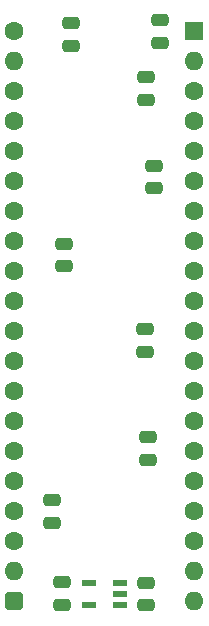
<source format=gbs>
%TF.GenerationSoftware,KiCad,Pcbnew,7.0.5*%
%TF.CreationDate,2024-02-15T16:55:09+02:00*%
%TF.ProjectId,HCP65 Device Interrupts,48435036-3520-4446-9576-69636520496e,rev?*%
%TF.SameCoordinates,PX525bfc0PY43d3480*%
%TF.FileFunction,Soldermask,Bot*%
%TF.FilePolarity,Negative*%
%FSLAX46Y46*%
G04 Gerber Fmt 4.6, Leading zero omitted, Abs format (unit mm)*
G04 Created by KiCad (PCBNEW 7.0.5) date 2024-02-15 16:55:09*
%MOMM*%
%LPD*%
G01*
G04 APERTURE LIST*
G04 Aperture macros list*
%AMRoundRect*
0 Rectangle with rounded corners*
0 $1 Rounding radius*
0 $2 $3 $4 $5 $6 $7 $8 $9 X,Y pos of 4 corners*
0 Add a 4 corners polygon primitive as box body*
4,1,4,$2,$3,$4,$5,$6,$7,$8,$9,$2,$3,0*
0 Add four circle primitives for the rounded corners*
1,1,$1+$1,$2,$3*
1,1,$1+$1,$4,$5*
1,1,$1+$1,$6,$7*
1,1,$1+$1,$8,$9*
0 Add four rect primitives between the rounded corners*
20,1,$1+$1,$2,$3,$4,$5,0*
20,1,$1+$1,$4,$5,$6,$7,0*
20,1,$1+$1,$6,$7,$8,$9,0*
20,1,$1+$1,$8,$9,$2,$3,0*%
G04 Aperture macros list end*
%ADD10R,1.150000X0.600000*%
%ADD11C,1.600000*%
%ADD12O,1.600000X1.600000*%
%ADD13RoundRect,0.400000X-0.400000X-0.400000X0.400000X-0.400000X0.400000X0.400000X-0.400000X0.400000X0*%
%ADD14R,1.600000X1.600000*%
%ADD15RoundRect,0.250000X-0.475000X0.250000X-0.475000X-0.250000X0.475000X-0.250000X0.475000X0.250000X0*%
%ADD16RoundRect,0.250000X0.475000X-0.250000X0.475000X0.250000X-0.475000X0.250000X-0.475000X-0.250000X0*%
G04 APERTURE END LIST*
D10*
%TO.C,IC11*%
X8920000Y-46675000D03*
X8920000Y-47625000D03*
X8920000Y-48575000D03*
X6320000Y-48575000D03*
X6320000Y-46675000D03*
%TD*%
D11*
%TO.C,J2*%
X0Y0D03*
D12*
X0Y-2540000D03*
D11*
X0Y-5080000D03*
X0Y-7620000D03*
X0Y-10160000D03*
X0Y-12700000D03*
X0Y-15240000D03*
X0Y-17780000D03*
X0Y-20320000D03*
X0Y-22860000D03*
X0Y-25400000D03*
X0Y-27940000D03*
X0Y-30480000D03*
X0Y-33020000D03*
X0Y-35560000D03*
X0Y-38100000D03*
X0Y-40640000D03*
X0Y-43180000D03*
D12*
X0Y-45720000D03*
D13*
X0Y-48260000D03*
D12*
X15240000Y-48260000D03*
X15240000Y-45720000D03*
D11*
X15240000Y-43180000D03*
X15240000Y-40640000D03*
X15240000Y-38100000D03*
X15240000Y-35560000D03*
X15240000Y-33020000D03*
X15240000Y-30480000D03*
X15240000Y-27940000D03*
X15240000Y-25400000D03*
X15240000Y-22860000D03*
X15240000Y-20320000D03*
X15240000Y-17780000D03*
X15240000Y-15240000D03*
X15240000Y-12700000D03*
X15240000Y-10160000D03*
X15240000Y-7620000D03*
X15240000Y-5080000D03*
D12*
X15240000Y-2540000D03*
D14*
X15240000Y0D03*
%TD*%
D15*
%TO.C,C4*%
X12319000Y934000D03*
X12319000Y-966000D03*
%TD*%
%TO.C,C10*%
X11176000Y-46691000D03*
X11176000Y-48591000D03*
%TD*%
%TO.C,C12*%
X4826000Y680000D03*
X4826000Y-1220000D03*
%TD*%
%TO.C,C7*%
X4191000Y-17989000D03*
X4191000Y-19889000D03*
%TD*%
%TO.C,C5*%
X3175000Y-39706000D03*
X3175000Y-41606000D03*
%TD*%
%TO.C,C6*%
X11176000Y-3892000D03*
X11176000Y-5792000D03*
%TD*%
%TO.C,C11*%
X11049000Y-25228000D03*
X11049000Y-27128000D03*
%TD*%
%TO.C,C2*%
X11303000Y-34372000D03*
X11303000Y-36272000D03*
%TD*%
D16*
%TO.C,C9*%
X4064000Y-48559000D03*
X4064000Y-46659000D03*
%TD*%
D15*
%TO.C,C3*%
X11811000Y-11385000D03*
X11811000Y-13285000D03*
%TD*%
M02*

</source>
